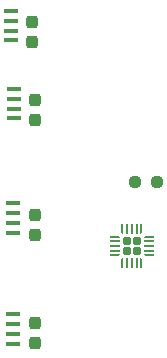
<source format=gbr>
%TF.GenerationSoftware,KiCad,Pcbnew,7.0.1*%
%TF.CreationDate,2024-01-19T17:32:14-06:00*%
%TF.ProjectId,Techno Buffalo,54656368-6e6f-4204-9275-6666616c6f2e,rev?*%
%TF.SameCoordinates,Original*%
%TF.FileFunction,Paste,Top*%
%TF.FilePolarity,Positive*%
%FSLAX46Y46*%
G04 Gerber Fmt 4.6, Leading zero omitted, Abs format (unit mm)*
G04 Created by KiCad (PCBNEW 7.0.1) date 2024-01-19 17:32:14*
%MOMM*%
%LPD*%
G01*
G04 APERTURE LIST*
G04 Aperture macros list*
%AMRoundRect*
0 Rectangle with rounded corners*
0 $1 Rounding radius*
0 $2 $3 $4 $5 $6 $7 $8 $9 X,Y pos of 4 corners*
0 Add a 4 corners polygon primitive as box body*
4,1,4,$2,$3,$4,$5,$6,$7,$8,$9,$2,$3,0*
0 Add four circle primitives for the rounded corners*
1,1,$1+$1,$2,$3*
1,1,$1+$1,$4,$5*
1,1,$1+$1,$6,$7*
1,1,$1+$1,$8,$9*
0 Add four rect primitives between the rounded corners*
20,1,$1+$1,$2,$3,$4,$5,0*
20,1,$1+$1,$4,$5,$6,$7,0*
20,1,$1+$1,$6,$7,$8,$9,0*
20,1,$1+$1,$8,$9,$2,$3,0*%
%AMFreePoly0*
4,1,14,0.334644,0.085355,0.385355,0.034644,0.400000,-0.000711,0.400000,-0.050000,0.385355,-0.085355,0.350000,-0.100000,-0.350000,-0.100000,-0.385355,-0.085355,-0.400000,-0.050000,-0.400000,0.050000,-0.385355,0.085355,-0.350000,0.100000,0.299289,0.100000,0.334644,0.085355,0.334644,0.085355,$1*%
%AMFreePoly1*
4,1,14,0.385355,0.085355,0.400000,0.050000,0.400000,0.000711,0.385355,-0.034644,0.334644,-0.085355,0.299289,-0.100000,-0.350000,-0.100000,-0.385355,-0.085355,-0.400000,-0.050000,-0.400000,0.050000,-0.385355,0.085355,-0.350000,0.100000,0.350000,0.100000,0.385355,0.085355,0.385355,0.085355,$1*%
%AMFreePoly2*
4,1,14,0.085355,0.385355,0.100000,0.350000,0.100000,-0.350000,0.085355,-0.385355,0.050000,-0.400000,-0.050000,-0.400000,-0.085355,-0.385355,-0.100000,-0.350000,-0.100000,0.299289,-0.085355,0.334644,-0.034644,0.385355,0.000711,0.400000,0.050000,0.400000,0.085355,0.385355,0.085355,0.385355,$1*%
%AMFreePoly3*
4,1,14,0.034644,0.385355,0.085355,0.334644,0.100000,0.299289,0.100000,-0.350000,0.085355,-0.385355,0.050000,-0.400000,-0.050000,-0.400000,-0.085355,-0.385355,-0.100000,-0.350000,-0.100000,0.350000,-0.085355,0.385355,-0.050000,0.400000,-0.000711,0.400000,0.034644,0.385355,0.034644,0.385355,$1*%
%AMFreePoly4*
4,1,14,0.385355,0.085355,0.400000,0.050000,0.400000,-0.050000,0.385355,-0.085355,0.350000,-0.100000,-0.299289,-0.100000,-0.334644,-0.085354,-0.385355,-0.034644,-0.400000,0.000711,-0.400000,0.050000,-0.385355,0.085355,-0.350000,0.100000,0.350000,0.100000,0.385355,0.085355,0.385355,0.085355,$1*%
%AMFreePoly5*
4,1,14,0.385355,0.085355,0.400000,0.050000,0.400000,-0.050000,0.385355,-0.085355,0.350000,-0.100000,-0.350000,-0.100000,-0.385355,-0.085355,-0.400000,-0.050000,-0.400000,-0.000711,-0.385355,0.034644,-0.334643,0.085355,-0.299289,0.100000,0.350000,0.100000,0.385355,0.085355,0.385355,0.085355,$1*%
%AMFreePoly6*
4,1,14,0.085355,0.385355,0.100000,0.350000,0.100000,-0.299289,0.085355,-0.334644,0.034644,-0.385355,-0.000711,-0.400000,-0.050000,-0.400000,-0.085355,-0.385355,-0.100000,-0.350000,-0.100000,0.350000,-0.085355,0.385355,-0.050000,0.400000,0.050000,0.400000,0.085355,0.385355,0.085355,0.385355,$1*%
%AMFreePoly7*
4,1,14,0.085355,0.385355,0.100000,0.350000,0.100000,-0.350000,0.085355,-0.385355,0.050000,-0.400000,0.000711,-0.400000,-0.034644,-0.385355,-0.085355,-0.334644,-0.100000,-0.299289,-0.100000,0.350000,-0.085355,0.385355,-0.050000,0.400000,0.050000,0.400000,0.085355,0.385355,0.085355,0.385355,$1*%
G04 Aperture macros list end*
%ADD10RoundRect,0.237500X-0.250000X-0.237500X0.250000X-0.237500X0.250000X0.237500X-0.250000X0.237500X0*%
%ADD11RoundRect,0.237500X0.237500X-0.300000X0.237500X0.300000X-0.237500X0.300000X-0.237500X-0.300000X0*%
%ADD12R,1.200000X0.450000*%
%ADD13RoundRect,0.172500X-0.172500X-0.172500X0.172500X-0.172500X0.172500X0.172500X-0.172500X0.172500X0*%
%ADD14FreePoly0,0.000000*%
%ADD15RoundRect,0.050000X-0.350000X-0.050000X0.350000X-0.050000X0.350000X0.050000X-0.350000X0.050000X0*%
%ADD16FreePoly1,0.000000*%
%ADD17FreePoly2,0.000000*%
%ADD18RoundRect,0.050000X-0.050000X-0.350000X0.050000X-0.350000X0.050000X0.350000X-0.050000X0.350000X0*%
%ADD19FreePoly3,0.000000*%
%ADD20FreePoly4,0.000000*%
%ADD21FreePoly5,0.000000*%
%ADD22FreePoly6,0.000000*%
%ADD23FreePoly7,0.000000*%
G04 APERTURE END LIST*
D10*
%TO.C,R1*%
X105783500Y-115316000D03*
X107608500Y-115316000D03*
%TD*%
D11*
%TO.C,C2*%
X97282000Y-110082500D03*
X97282000Y-108357500D03*
%TD*%
D12*
%TO.C,D36*%
X95504000Y-109962000D03*
X95504000Y-109122000D03*
X95504000Y-108282000D03*
X95504000Y-107442000D03*
%TD*%
D11*
%TO.C,C3*%
X97282000Y-119835000D03*
X97282000Y-118110000D03*
%TD*%
%TO.C,C4*%
X97282000Y-128979000D03*
X97282000Y-127254000D03*
%TD*%
D12*
%TO.C,D37*%
X95416000Y-119624000D03*
X95416000Y-118784000D03*
X95416000Y-117944000D03*
X95416000Y-117104000D03*
%TD*%
%TO.C,D38*%
X95416000Y-129022000D03*
X95416000Y-128182000D03*
X95416000Y-127342000D03*
X95416000Y-126502000D03*
%TD*%
D11*
%TO.C,C1*%
X97028000Y-103478500D03*
X97028000Y-101753500D03*
%TD*%
D12*
%TO.C,D35*%
X95250000Y-103358000D03*
X95250000Y-102518000D03*
X95250000Y-101678000D03*
X95250000Y-100838000D03*
%TD*%
D13*
%TO.C,U1*%
X105059000Y-120333000D03*
X105059000Y-121183000D03*
X105909000Y-120333000D03*
X105909000Y-121183000D03*
D14*
X104034000Y-119958000D03*
D15*
X104034000Y-120358000D03*
X104034000Y-120758000D03*
X104034000Y-121158000D03*
D16*
X104034000Y-121558000D03*
D17*
X104684000Y-122208000D03*
D18*
X105084000Y-122208000D03*
X105484000Y-122208000D03*
X105884000Y-122208000D03*
D19*
X106284000Y-122208000D03*
D20*
X106934000Y-121558000D03*
D15*
X106934000Y-121158000D03*
X106934000Y-120758000D03*
X106934000Y-120358000D03*
D21*
X106934000Y-119958000D03*
D22*
X106284000Y-119308000D03*
D18*
X105884000Y-119308000D03*
X105484000Y-119308000D03*
X105084000Y-119308000D03*
D23*
X104684000Y-119308000D03*
%TD*%
M02*

</source>
